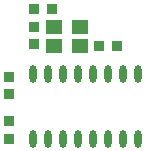
<source format=gbp>
G04*
G04 #@! TF.GenerationSoftware,Altium Limited,Altium Designer,20.0.2 (26)*
G04*
G04 Layer_Color=128*
%FSLAX25Y25*%
%MOIN*%
G70*
G01*
G75*
%ADD25R,0.03740X0.03740*%
%ADD27R,0.03740X0.03740*%
%ADD38R,0.05512X0.04528*%
%ADD88O,0.02362X0.05906*%
D25*
X242815Y388091D02*
D03*
X237106D02*
D03*
X258760Y375984D02*
D03*
X264469D02*
D03*
D27*
X228642Y344980D02*
D03*
Y350689D02*
D03*
Y359941D02*
D03*
Y365650D02*
D03*
X237106Y376575D02*
D03*
Y382283D02*
D03*
D38*
X252165Y375984D02*
D03*
Y382283D02*
D03*
X243504Y375984D02*
D03*
Y382283D02*
D03*
D88*
X236634Y366634D02*
D03*
X241634D02*
D03*
X246634D02*
D03*
X251634D02*
D03*
X256634D02*
D03*
X261634D02*
D03*
X266634D02*
D03*
X271634D02*
D03*
X236634Y344980D02*
D03*
X241634D02*
D03*
X246634D02*
D03*
X251634D02*
D03*
X256634D02*
D03*
X261634D02*
D03*
X266634D02*
D03*
X271634D02*
D03*
M02*

</source>
